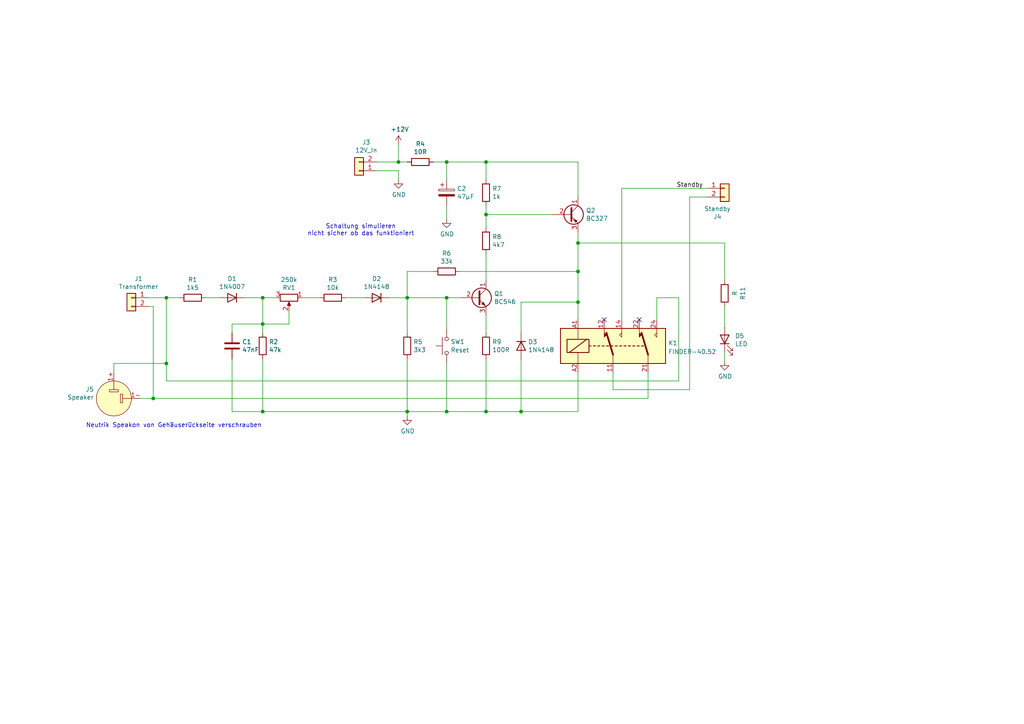
<source format=kicad_sch>
(kicad_sch (version 20231120) (generator "eeschema") (generator_version "8.0")
  (paper "A4")
  (lib_symbols
    (symbol "Connector:SpeakON_NL2" (pin_names hide)
      (property "Reference" "J" (at 2.54 8.89 0))
      (property "Value" "SpeakON_NL2" (at 7.62 6.35 0))
      (symbol "SpeakON_NL2_0_1"
        (rectangle (start -2.54 1.27) (end -1.905 -1.27))
        (rectangle (start -1.27 2.54) (end 1.27 1.905))
        (polyline (pts (xy -5.08 0) (xy -2.54 0)))
        (polyline (pts (xy 0 5.08) (xy 0 2.54)))
        (circle (center 0 0) (radius 5.08) (fill (type background)))
        (pin passive line (at -7.62 0 0) (length 2.54) (name "1-") (number "1-"))
      )
      (symbol "SpeakON_NL2_1_1"
        (pin passive line (at 0 7.62 270) (length 2.54) (name "1+") (number "1+"))
      )
    )
    (symbol "Connector_Generic:Conn_01x02" (pin_names (offset 1.016) hide)
      (property "Reference" "J" (at 0 2.54 0))
      (property "Value" "Conn_01x02" (at 0 -5.08 0))
      (symbol "Conn_01x02_1_1"
        (rectangle (start -1.27 -2.413) (end 0 -2.667) (stroke (width 0.1524)))
        (rectangle (start -1.27 0.127) (end 0 -0.127) (stroke (width 0.1524)))
        (rectangle (start -1.27 1.27) (end 1.27 -3.81) (stroke (width 0.254)) (fill (type background)))
        (pin passive line (at -5.08 0 0) (length 3.81) (name "Pin_1") (number "1"))
        (pin passive line (at -5.08 -2.54 0) (length 3.81) (name "Pin_2") (number "2"))
      )
    )
    (symbol "Device:C" (pin_numbers hide) (pin_names (offset 0.254))
      (property "Reference" "C" (at 0.635 2.54 0))
      (property "Value" "C" (at 0.635 -2.54 0))
      (symbol "C_0_1"
        (polyline (pts (xy -2.032 -0.762) (xy 2.032 -0.762)) (stroke (width 0.508)))
        (polyline (pts (xy -2.032 0.762) (xy 2.032 0.762)) (stroke (width 0.508)))
      )
      (symbol "C_1_1"
        (pin passive line (at 0 3.81 270) (length 2.794) (name "~") (number "1"))
        (pin passive line (at 0 -3.81 90) (length 2.794) (name "~") (number "2"))
      )
    )
    (symbol "Device:D" (pin_numbers hide) (pin_names (offset 1.016) hide)
      (property "Reference" "D" (at 0 2.54 0))
      (property "Value" "D" (at 0 -2.54 0))
      (symbol "D_0_1"
        (polyline (pts (xy -1.27 1.27) (xy -1.27 -1.27)) (stroke (width 0.254)))
        (polyline (pts (xy 1.27 0) (xy -1.27 0)))
        (polyline (pts (xy 1.27 1.27) (xy 1.27 -1.27) (xy -1.27 0) (xy 1.27 1.27)) (stroke (width 0.254)))
      )
      (symbol "D_1_1"
        (pin passive line (at -3.81 0 0) (length 2.54) (name "K") (number "1"))
        (pin passive line (at 3.81 0 180) (length 2.54) (name "A") (number "2"))
      )
    )
    (symbol "Device:LED" (pin_numbers hide) (pin_names (offset 1.016) hide)
      (property "Reference" "D" (at 0 2.54 0))
      (property "Value" "LED" (at 0 -2.54 0))
      (symbol "LED_0_1"
        (polyline (pts (xy -1.27 -1.27) (xy -1.27 1.27)) (stroke (width 0.254)))
        (polyline (pts (xy -1.27 0) (xy 1.27 0)))
        (polyline (pts (xy 1.27 -1.27) (xy 1.27 1.27) (xy -1.27 0) (xy 1.27 -1.27)) (stroke (width 0.254)))
        (polyline (pts (xy -3.048 -0.762) (xy -4.572 -2.286) (xy -3.81 -2.286) (xy -4.572 -2.286) (xy -4.572 -1.524)))
        (polyline (pts (xy -1.778 -0.762) (xy -3.302 -2.286) (xy -2.54 -2.286) (xy -3.302 -2.286) (xy -3.302 -1.524)))
      )
      (symbol "LED_1_1"
        (pin passive line (at -3.81 0 0) (length 2.54) (name "K") (number "1"))
        (pin passive line (at 3.81 0 180) (length 2.54) (name "A") (number "2"))
      )
    )
    (symbol "Device:R" (pin_numbers hide) (pin_names (offset 0))
      (property "Reference" "R" (at 2.032 0 90))
      (property "Value" "R" (at 0 0 90))
      (symbol "R_0_1"
        (rectangle (start -1.016 -2.54) (end 1.016 2.54) (stroke (width 0.254)))
      )
      (symbol "R_1_1"
        (pin passive line (at 0 3.81 270) (length 1.27) (name "~") (number "1"))
        (pin passive line (at 0 -3.81 90) (length 1.27) (name "~") (number "2"))
      )
    )
    (symbol "Protection-rescue:CP-Device" (pin_numbers hide) (pin_names (offset 0.254))
      (property "Reference" "C" (at 0.635 2.54 0))
      (property "Value" "CP-Device" (at 0.635 -2.54 0))
      (symbol "CP-Device_0_1"
        (rectangle (start -2.286 0.508) (end 2.286 1.016))
        (polyline (pts (xy -1.778 2.286) (xy -0.762 2.286)))
        (polyline (pts (xy -1.27 2.794) (xy -1.27 1.778)))
        (rectangle (start 2.286 -0.508) (end -2.286 -1.016) (fill (type outline)))
      )
      (symbol "CP-Device_1_1"
        (pin passive line (at 0 3.81 270) (length 2.794) (name "~") (number "1"))
        (pin passive line (at 0 -3.81 90) (length 2.794) (name "~") (number "2"))
      )
    )
    (symbol "Protection-rescue:R_POT-Device" (pin_names (offset 1.016) hide)
      (property "Reference" "RV" (at -4.445 0 90))
      (property "Value" "R_POT-Device" (at -2.54 0 90))
      (symbol "R_POT-Device_0_1"
        (polyline (pts (xy 2.54 0) (xy 1.524 0)))
        (polyline (pts (xy 1.143 0) (xy 2.286 0.508) (xy 2.286 -0.508) (xy 1.143 0)) (fill (type outline)))
        (rectangle (start 1.016 2.54) (end -1.016 -2.54) (stroke (width 0.254)))
      )
      (symbol "R_POT-Device_1_1"
        (pin passive line (at 0 3.81 270) (length 1.27) (name "1") (number "1"))
        (pin passive line (at 3.81 0 180) (length 1.27) (name "2") (number "2"))
        (pin passive line (at 0 -3.81 90) (length 1.27) (name "3") (number "3"))
      )
    )
    (symbol "Relay:FINDER-40.52"
      (property "Reference" "K" (at 16.51 3.81 0))
      (property "Value" "FINDER-40.52" (at 16.51 1.27 0))
      (symbol "FINDER-40.52_0_1"
        (rectangle (start -15.24 5.08) (end 15.24 -5.08) (stroke (width 0.254)) (fill (type background)))
        (rectangle (start -13.335 1.905) (end -6.985 -1.905) (stroke (width 0.254)))
        (polyline (pts (xy -12.7 -1.905) (xy -7.62 1.905)) (stroke (width 0.254)))
        (polyline (pts (xy -10.16 -5.08) (xy -10.16 -1.905)))
        (polyline (pts (xy -10.16 5.08) (xy -10.16 1.905)))
        (polyline (pts (xy -6.985 0) (xy -6.35 0)) (stroke (width 0.254)))
        (polyline (pts (xy -5.715 0) (xy -5.08 0)) (stroke (width 0.254)))
        (polyline (pts (xy -4.445 0) (xy -3.81 0)) (stroke (width 0.254)))
        (polyline (pts (xy -3.175 0) (xy -2.54 0)) (stroke (width 0.254)))
        (polyline (pts (xy -1.905 0) (xy -1.27 0)) (stroke (width 0.254)))
        (polyline (pts (xy -0.635 0) (xy 0 0)) (stroke (width 0.254)))
        (polyline (pts (xy 0 -2.54) (xy -1.905 3.81)) (stroke (width 0.508)))
        (polyline (pts (xy 0 -2.54) (xy 0 -5.08)))
        (polyline (pts (xy 0.635 0) (xy 1.27 0)) (stroke (width 0.254)))
        (polyline (pts (xy 1.905 0) (xy 2.54 0)) (stroke (width 0.254)))
        (polyline (pts (xy 3.175 0) (xy 3.81 0)) (stroke (width 0.254)))
        (polyline (pts (xy 4.445 0) (xy 5.08 0)) (stroke (width 0.254)))
        (polyline (pts (xy 5.715 0) (xy 6.35 0)) (stroke (width 0.254)))
        (polyline (pts (xy 6.985 0) (xy 7.62 0)) (stroke (width 0.254)))
        (polyline (pts (xy 8.255 0) (xy 8.89 0)) (stroke (width 0.254)))
        (polyline (pts (xy 10.16 -2.54) (xy 8.255 3.81)) (stroke (width 0.508)))
        (polyline (pts (xy 10.16 -2.54) (xy 10.16 -5.08)))
        (polyline (pts (xy -2.54 5.08) (xy -2.54 2.54) (xy -1.905 3.175) (xy -2.54 3.81)) (fill (type outline)))
        (polyline (pts (xy 2.54 5.08) (xy 2.54 2.54) (xy 1.905 3.175) (xy 2.54 3.81)))
        (polyline (pts (xy 7.62 5.08) (xy 7.62 2.54) (xy 8.255 3.175) (xy 7.62 3.81)) (fill (type outline)))
        (polyline (pts (xy 12.7 5.08) (xy 12.7 2.54) (xy 12.065 3.175) (xy 12.7 3.81)))
      )
      (symbol "FINDER-40.52_1_1"
        (pin passive line (at 0 -7.62 90) (length 2.54) (name "~") (number "11"))
        (pin passive line (at -2.54 7.62 270) (length 2.54) (name "~") (number "12"))
        (pin passive line (at 2.54 7.62 270) (length 2.54) (name "~") (number "14"))
        (pin passive line (at 10.16 -7.62 90) (length 2.54) (name "~") (number "21"))
        (pin passive line (at 7.62 7.62 270) (length 2.54) (name "~") (number "22"))
        (pin passive line (at 12.7 7.62 270) (length 2.54) (name "~") (number "24"))
        (pin passive line (at -10.16 7.62 270) (length 2.54) (name "~") (number "A1"))
        (pin passive line (at -10.16 -7.62 90) (length 2.54) (name "~") (number "A2"))
      )
    )
    (symbol "Switch:SW_Push" (pin_numbers hide) (pin_names (offset 1.016) hide)
      (property "Reference" "SW" (at 1.27 2.54 0))
      (property "Value" "SW_Push" (at 0 -1.524 0))
      (symbol "SW_Push_0_1"
        (circle (center -2.032 0) (radius 0.508))
        (polyline (pts (xy 0 1.27) (xy 0 3.048)))
        (polyline (pts (xy 2.54 1.27) (xy -2.54 1.27)))
        (circle (center 2.032 0) (radius 0.508))
        (pin passive line (at -5.08 0 0) (length 2.54) (name "1") (number "1"))
        (pin passive line (at 5.08 0 180) (length 2.54) (name "2") (number "2"))
      )
    )
    (symbol "Transistor_BJT:BC327" (pin_names (offset 0) hide)
      (property "Reference" "Q" (at 5.08 1.905 0))
      (property "Value" "BC327" (at 5.08 0 0))
      (symbol "BC327_0_1"
        (polyline (pts (xy 0.635 0.635) (xy 2.54 2.54)))
        (polyline (pts (xy 0.635 -0.635) (xy 2.54 -2.54) (xy 2.54 -2.54)))
        (polyline (pts (xy 0.635 1.905) (xy 0.635 -1.905) (xy 0.635 -1.905)) (stroke (width 0.508)))
        (polyline (pts (xy 2.286 -1.778) (xy 1.778 -2.286) (xy 1.27 -1.27) (xy 2.286 -1.778) (xy 2.286 -1.778)) (fill (type outline)))
        (circle (center 1.27 0) (radius 2.8194) (stroke (width 0.254)))
      )
      (symbol "BC327_1_1"
        (pin passive line (at 2.54 5.08 270) (length 2.54) (name "C") (number "1"))
        (pin input line (at -5.08 0 0) (length 5.715) (name "B") (number "2"))
        (pin passive line (at 2.54 -5.08 90) (length 2.54) (name "E") (number "3"))
      )
    )
    (symbol "Transistor_BJT:BC546" (pin_names (offset 0) hide)
      (property "Reference" "Q" (at 5.08 1.905 0))
      (property "Value" "BC546" (at 5.08 0 0))
      (symbol "BC546_0_1"
        (polyline (pts (xy 0 0) (xy 0.635 0)))
        (polyline (pts (xy 0.635 0.635) (xy 2.54 2.54)))
        (polyline (pts (xy 0.635 -0.635) (xy 2.54 -2.54) (xy 2.54 -2.54)))
        (polyline (pts (xy 0.635 1.905) (xy 0.635 -1.905) (xy 0.635 -1.905)) (stroke (width 0.508)))
        (polyline (pts (xy 1.27 -1.778) (xy 1.778 -1.27) (xy 2.286 -2.286) (xy 1.27 -1.778) (xy 1.27 -1.778)) (fill (type outline)))
        (circle (center 1.27 0) (radius 2.8194) (stroke (width 0.254)))
      )
      (symbol "BC546_1_1"
        (pin passive line (at 2.54 5.08 270) (length 2.54) (name "C") (number "1"))
        (pin input line (at -5.08 0 0) (length 5.08) (name "B") (number "2"))
        (pin passive line (at 2.54 -5.08 90) (length 2.54) (name "E") (number "3"))
      )
    )
    (symbol "power:+12V" (power) (pin_names (offset 0))
      (property "Value" "+12V" (at 0 3.556 0))
      (symbol "+12V_0_1"
        (polyline (pts (xy -0.762 1.27) (xy 0 2.54)))
        (polyline (pts (xy 0 0) (xy 0 2.54)))
        (polyline (pts (xy 0 2.54) (xy 0.762 1.27)))
      )
      (symbol "+12V_1_1"
        (pin power_in line (at 0 0 90) (length 0) hide (name "+12V") (number "1"))
      )
    )
    (symbol "power:GND" (power) (pin_names (offset 0))
      (property "Value" "GND" (at 0 -3.81 0))
      (symbol "GND_0_1"
        (polyline (pts (xy 0 0) (xy 0 -1.27) (xy 1.27 -1.27) (xy 0 -2.54) (xy -1.27 -1.27) (xy 0 -1.27)))
      )
      (symbol "GND_1_1"
        (pin power_in line (at 0 0 270) (length 0) hide (name "GND") (number "1"))
      )
    )
  )
  (junction (at 151.13 119.38))
  (junction (at 129.54 119.38))
  (junction (at 167.64 78.74))
  (junction (at 48.26 86.36))
  (junction (at 140.97 119.38))
  (junction (at 129.54 46.99))
  (junction (at 140.97 62.23))
  (junction (at 44.45 115.57))
  (junction (at 167.64 87.63))
  (junction (at 76.2 119.38))
  (junction (at 115.57 46.99))
  (junction (at 76.2 86.36))
  (junction (at 129.54 86.36))
  (junction (at 167.64 70.485))
  (junction (at 76.2 93.98))
  (junction (at 140.97 46.99))
  (junction (at 118.11 86.36))
  (junction (at 118.11 119.38))
  (junction (at 48.26 105.41))
  (no_connect (at 175.26 92.71))
  (no_connect (at 185.42 92.71))
  (wire (pts (xy 151.13 96.52) (xy 151.13 87.63)))
  (wire (pts (xy 129.54 105.41) (xy 129.54 119.38)))
  (wire (pts (xy 129.54 52.07) (xy 129.54 46.99)))
  (wire (pts (xy 190.5 92.71) (xy 190.5 86.36)))
  (wire (pts (xy 140.97 96.52) (xy 140.97 91.44)))
  (wire (pts (xy 210.185 104.775) (xy 210.185 102.235)))
  (wire (pts (xy 40.64 115.57) (xy 44.45 115.57)))
  (wire (pts (xy 210.185 70.485) (xy 210.185 81.28)))
  (wire (pts (xy 76.2 86.36) (xy 80.01 86.36)))
  (wire (pts (xy 167.64 57.15) (xy 167.64 46.99)))
  (wire (pts (xy 44.45 115.57) (xy 187.96 115.57)))
  (wire (pts (xy 76.2 104.14) (xy 76.2 119.38)))
  (wire (pts (xy 100.33 86.36) (xy 105.41 86.36)))
  (wire (pts (xy 190.5 86.36) (xy 196.85 86.36)))
  (wire (pts (xy 33.02 107.95) (xy 33.02 105.41)))
  (wire (pts (xy 187.96 115.57) (xy 187.96 107.95)))
  (wire (pts (xy 140.97 62.23) (xy 140.97 59.69)))
  (wire (pts (xy 177.8 107.95) (xy 177.8 113.03)))
  (wire (pts (xy 115.57 46.99) (xy 118.11 46.99)))
  (wire (pts (xy 33.02 105.41) (xy 48.26 105.41)))
  (wire (pts (xy 115.57 49.53) (xy 115.57 52.07)))
  (wire (pts (xy 71.12 86.36) (xy 76.2 86.36)))
  (wire (pts (xy 129.54 119.38) (xy 140.97 119.38)))
  (wire (pts (xy 151.13 119.38) (xy 151.13 104.14)))
  (wire (pts (xy 160.02 62.23) (xy 140.97 62.23)))
  (wire (pts (xy 109.22 49.53) (xy 115.57 49.53)))
  (wire (pts (xy 167.64 78.74) (xy 167.64 87.63)))
  (wire (pts (xy 118.11 119.38) (xy 118.11 120.65)))
  (wire (pts (xy 125.73 46.99) (xy 129.54 46.99)))
  (wire (pts (xy 125.73 78.74) (xy 118.11 78.74)))
  (wire (pts (xy 67.31 119.38) (xy 76.2 119.38)))
  (wire (pts (xy 129.54 86.36) (xy 129.54 95.25)))
  (wire (pts (xy 76.2 119.38) (xy 118.11 119.38)))
  (wire (pts (xy 59.69 86.36) (xy 63.5 86.36)))
  (wire (pts (xy 196.85 86.36) (xy 196.85 110.49)))
  (wire (pts (xy 44.45 88.9) (xy 43.18 88.9)))
  (wire (pts (xy 48.26 86.36) (xy 48.26 105.41)))
  (wire (pts (xy 140.97 66.04) (xy 140.97 62.23)))
  (wire (pts (xy 115.57 41.91) (xy 115.57 46.99)))
  (wire (pts (xy 43.18 86.36) (xy 48.26 86.36)))
  (wire (pts (xy 140.97 119.38) (xy 151.13 119.38)))
  (wire (pts (xy 67.31 104.14) (xy 67.31 119.38)))
  (wire (pts (xy 167.64 70.485) (xy 167.64 78.74)))
  (wire (pts (xy 67.31 93.98) (xy 76.2 93.98)))
  (wire (pts (xy 210.185 70.485) (xy 167.64 70.485)))
  (wire (pts (xy 167.64 107.95) (xy 167.64 119.38)))
  (wire (pts (xy 67.31 96.52) (xy 67.31 93.98)))
  (wire (pts (xy 48.26 86.36) (xy 52.07 86.36)))
  (wire (pts (xy 196.85 110.49) (xy 48.26 110.49)))
  (wire (pts (xy 129.54 63.5) (xy 129.54 59.69)))
  (wire (pts (xy 113.03 86.36) (xy 118.11 86.36)))
  (wire (pts (xy 151.13 119.38) (xy 167.64 119.38)))
  (wire (pts (xy 180.34 54.61) (xy 180.34 92.71)))
  (wire (pts (xy 200.025 57.15) (xy 205.105 57.15)))
  (wire (pts (xy 129.54 86.36) (xy 133.35 86.36)))
  (wire (pts (xy 167.64 87.63) (xy 167.64 92.71)))
  (wire (pts (xy 200.025 113.03) (xy 200.025 57.15)))
  (wire (pts (xy 44.45 88.9) (xy 44.45 115.57)))
  (wire (pts (xy 118.11 86.36) (xy 129.54 86.36)))
  (wire (pts (xy 140.97 81.28) (xy 140.97 73.66)))
  (wire (pts (xy 140.97 119.38) (xy 140.97 104.14)))
  (wire (pts (xy 76.2 96.52) (xy 76.2 93.98)))
  (wire (pts (xy 177.8 113.03) (xy 200.025 113.03)))
  (wire (pts (xy 180.34 54.61) (xy 205.105 54.61)))
  (wire (pts (xy 118.11 104.14) (xy 118.11 119.38)))
  (wire (pts (xy 140.97 52.07) (xy 140.97 46.99)))
  (wire (pts (xy 167.64 67.31) (xy 167.64 70.485)))
  (wire (pts (xy 118.11 96.52) (xy 118.11 86.36)))
  (wire (pts (xy 118.11 78.74) (xy 118.11 86.36)))
  (wire (pts (xy 109.22 46.99) (xy 115.57 46.99)))
  (wire (pts (xy 133.35 78.74) (xy 167.64 78.74)))
  (wire (pts (xy 48.26 110.49) (xy 48.26 105.41)))
  (wire (pts (xy 118.11 119.38) (xy 129.54 119.38)))
  (wire (pts (xy 151.13 87.63) (xy 167.64 87.63)))
  (wire (pts (xy 140.97 46.99) (xy 167.64 46.99)))
  (wire (pts (xy 76.2 93.98) (xy 83.82 93.98)))
  (wire (pts (xy 76.2 93.98) (xy 76.2 86.36)))
  (wire (pts (xy 87.63 86.36) (xy 92.71 86.36)))
  (wire (pts (xy 83.82 93.98) (xy 83.82 90.17)))
  (wire (pts (xy 210.185 88.9) (xy 210.185 94.615)))
  (wire (pts (xy 129.54 46.99) (xy 140.97 46.99)))
  (text "Neutrik Speakon von Gehäuserückseite verschrauben" (at 24.892 124.206 0) (effects (font (size 1.27 1.27)) (justify left bottom)))
  (text "Schaltung simulieren\nnicht sicher ob das funktioniert" (at 104.648 66.802 0) (effects (font (size 1.27 1.27))))
  (label "Standby" (at 196.215 54.61 0))
  (symbol (lib_id "Device:R") (at 55.88 86.36 270) (unit 1)
    (property "Reference" "R1" (at 55.88 81.1022 90))
    (property "Value" "1k5" (at 55.88 83.4136 90))
    (property "Footprint" "Resistor_THT:R_Axial_DIN0207_L6.3mm_D2.5mm_P10.16mm_Horizontal" (effects (hide yes)))
  )
  (symbol (lib_id "Device:D") (at 67.31 86.36 180) (unit 1)
    (property "Reference" "D1" (at 67.31 80.8482 0))
    (property "Value" "1N4007" (at 67.31 83.1596 0))
    (property "Footprint" "Diode_THT:D_DO-41_SOD81_P10.16mm_Horizontal" (effects (hide yes)))
  )
  (symbol (lib_id "Protection-rescue:R_POT-Device") (at 83.82 86.36 270) (unit 1)
    (property "Reference" "RV1" (at 83.82 83.439 90))
    (property "Value" "250k" (at 83.82 81.1276 90))
    (property "Footprint" "Potentiometer_THT:Potentiometer_Piher_PT-10-V10_Vertical_Hole" (effects (hide yes)))
  )
  (symbol (lib_id "Device:C") (at 67.31 100.33 0) (unit 1)
    (property "Reference" "C1" (at 70.231 99.1616 0) (effects (justify left)))
    (property "Value" "47nF" (at 70.231 101.473 0) (effects (justify left)))
    (property "Footprint" "Capacitor_THT:C_Disc_D3.4mm_W2.1mm_P2.50mm" (effects (hide yes)))
  )
  (symbol (lib_id "Device:R") (at 96.52 86.36 270) (unit 1)
    (property "Reference" "R3" (at 96.52 81.1022 90))
    (property "Value" "10k" (at 96.52 83.4136 90))
    (property "Footprint" "Resistor_THT:R_Axial_DIN0207_L6.3mm_D2.5mm_P10.16mm_Horizontal" (effects (hide yes)))
  )
  (symbol (lib_id "Device:R") (at 76.2 100.33 180) (unit 1)
    (property "Reference" "R2" (at 77.978 99.1616 0) (effects (justify right)))
    (property "Value" "47k" (at 77.978 101.473 0) (effects (justify right)))
    (property "Footprint" "Resistor_THT:R_Axial_DIN0207_L6.3mm_D2.5mm_P10.16mm_Horizontal" (effects (hide yes)))
  )
  (symbol (lib_id "Device:D") (at 109.22 86.36 180) (unit 1)
    (property "Reference" "D2" (at 109.22 80.8482 0))
    (property "Value" "1N4148" (at 109.22 83.1596 0))
    (property "Footprint" "Diode_THT:D_DO-35_SOD27_P10.16mm_Horizontal" (effects (hide yes)))
  )
  (symbol (lib_id "Transistor_BJT:BC546") (at 138.43 86.36 0) (unit 1)
    (property "Reference" "Q1" (at 143.2814 85.1916 0) (effects (justify left)))
    (property "Value" "BC546" (at 143.2814 87.503 0) (effects (justify left)))
    (property "Footprint" "Package_TO_SOT_THT:TO-92_Inline" (effects (hide yes)))
    (property "Datasheet" "https://www.onsemi.com/pub/Collateral/BC550-D.pdf" (effects (hide yes)))
  )
  (symbol (lib_id "Device:R") (at 140.97 69.85 180) (unit 1)
    (property "Reference" "R8" (at 142.748 68.6816 0) (effects (justify right)))
    (property "Value" "4k7" (at 142.748 70.993 0) (effects (justify right)))
    (property "Footprint" "Resistor_THT:R_Axial_DIN0207_L6.3mm_D2.5mm_P10.16mm_Horizontal" (effects (hide yes)))
  )
  (symbol (lib_id "Device:R") (at 140.97 55.88 180) (unit 1)
    (property "Reference" "R7" (at 142.748 54.7116 0) (effects (justify right)))
    (property "Value" "1k" (at 142.748 57.023 0) (effects (justify right)))
    (property "Footprint" "Resistor_THT:R_Axial_DIN0207_L6.3mm_D2.5mm_P10.16mm_Horizontal" (effects (hide yes)))
  )
  (symbol (lib_id "Device:R") (at 140.97 100.33 180) (unit 1)
    (property "Reference" "R9" (at 142.748 99.1616 0) (effects (justify right)))
    (property "Value" "100R" (at 142.748 101.473 0) (effects (justify right)))
    (property "Footprint" "Resistor_THT:R_Axial_DIN0207_L6.3mm_D2.5mm_P10.16mm_Horizontal" (effects (hide yes)))
  )
  (symbol (lib_id "Device:R") (at 118.11 100.33 180) (unit 1)
    (property "Reference" "R5" (at 119.888 99.1616 0) (effects (justify right)))
    (property "Value" "3k3" (at 119.888 101.473 0) (effects (justify right)))
    (property "Footprint" "Resistor_THT:R_Axial_DIN0207_L6.3mm_D2.5mm_P10.16mm_Horizontal" (effects (hide yes)))
  )
  (symbol (lib_id "Device:D") (at 151.13 100.33 270) (unit 1)
    (property "Reference" "D3" (at 153.162 99.1616 90) (effects (justify left)))
    (property "Value" "1N4148" (at 153.162 101.473 90) (effects (justify left)))
    (property "Footprint" "Diode_THT:D_DO-35_SOD27_P10.16mm_Horizontal" (effects (hide yes)))
  )
  (symbol (lib_id "Device:R") (at 129.54 78.74 270) (unit 1)
    (property "Reference" "R6" (at 129.54 73.4822 90))
    (property "Value" "33k" (at 129.54 75.7936 90))
    (property "Footprint" "Resistor_THT:R_Axial_DIN0207_L6.3mm_D2.5mm_P10.16mm_Horizontal" (effects (hide yes)))
  )
  (symbol (lib_id "Connector_Generic:Conn_01x02") (at 104.14 49.53 180) (unit 1)
    (property "Reference" "J3" (at 106.2228 41.275 0))
    (property "Value" "12V_In" (at 106.2228 43.5864 0))
    (property "Footprint" "Connector_Molex:Molex_KK-254_AE-6410-02A_1x02_P2.54mm_Vertical" (effects (hide yes)))
  )
  (symbol (lib_id "Protection-rescue:CP-Device") (at 129.54 55.88 0) (unit 1)
    (property "Reference" "C2" (at 132.5372 54.7116 0) (effects (justify left)))
    (property "Value" "47µF" (at 132.5372 57.023 0) (effects (justify left)))
    (property "Footprint" "Capacitor_THT:CP_Radial_D5.0mm_P2.50mm" (effects (hide yes)))
  )
  (symbol (lib_id "Device:R") (at 121.92 46.99 270) (unit 1)
    (property "Reference" "R4" (at 121.92 41.7322 90))
    (property "Value" "10R" (at 121.92 44.0436 90))
    (property "Footprint" "Resistor_THT:R_Axial_DIN0207_L6.3mm_D2.5mm_P10.16mm_Horizontal" (effects (hide yes)))
  )
  (symbol (lib_id "Device:R") (at 210.185 85.09 180) (unit 1)
    (property "Reference" "R11" (at 215.4428 85.09 90))
    (property "Value" "R" (at 213.1314 85.09 90))
    (property "Footprint" "Resistor_THT:R_Axial_DIN0207_L6.3mm_D2.5mm_P10.16mm_Horizontal" (effects (hide yes)))
  )
  (symbol (lib_id "power:+12V") (at 115.57 41.91 0) (unit 1)
    (property "Reference" "#PWR0101" (effects (hide yes)))
    (property "Value" "+12V" (at 115.951 37.5158 0))
  )
  (symbol (lib_id "power:GND") (at 115.57 52.07 0) (unit 1)
    (property "Reference" "#PWR0102" (effects (hide yes)))
    (property "Value" "GND" (at 115.697 56.4642 0))
  )
  (symbol (lib_id "power:GND") (at 118.11 120.65 0) (unit 1)
    (property "Reference" "#PWR0103" (effects (hide yes)))
    (property "Value" "GND" (at 118.237 125.0442 0))
  )
  (symbol (lib_id "power:GND") (at 129.54 63.5 0) (unit 1)
    (property "Reference" "#PWR0104" (effects (hide yes)))
    (property "Value" "GND" (at 129.667 67.8942 0))
  )
  (symbol (lib_id "Transistor_BJT:BC327") (at 165.1 62.23 0) (unit 1)
    (property "Reference" "Q2" (at 169.9514 61.0616 0) (effects (justify left)))
    (property "Value" "BC327" (at 169.9514 63.373 0) (effects (justify left)))
    (property "Footprint" "Package_TO_SOT_THT:TO-92_Inline" (effects (hide yes)))
    (property "Datasheet" "http://www.onsemi.com/pub_link/Collateral/BC327-D.PDF" (effects (hide yes)))
  )
  (symbol (lib_id "Connector_Generic:Conn_01x02") (at 38.1 86.36 0) (mirror y) (unit 1)
    (property "Reference" "J1" (at 40.1828 80.8482 0))
    (property "Value" "Transformer" (at 40.1828 83.1596 0))
    (property "Footprint" "Connector_TE-Connectivity:TE_MATE-N-LOK_1-770866-x_1x02_P4.14mm_Vertical" (effects (hide yes)))
  )
  (symbol (lib_id "Connector_Generic:Conn_01x02") (at 210.185 54.61 0) (unit 1)
    (property "Reference" "J4" (at 208.1022 62.865 0))
    (property "Value" "Standby" (at 208.1022 60.5536 0))
    (property "Footprint" "Connector_Molex:Molex_KK-254_AE-6410-02A_1x02_P2.54mm_Vertical" (effects (hide yes)))
  )
  (symbol (lib_id "Connector:SpeakON_NL2") (at 33.02 115.57 0) (mirror y) (unit 1)
    (property "Reference" "J5" (at 27.2288 112.9284 0) (effects (justify left)))
    (property "Value" "Speaker" (at 27.2288 115.2398 0) (effects (justify left)))
    (property "Footprint" "Connector_Audio:Jack_speakON_Neutrik_NL2MD-V_Vertical" (effects (hide yes)))
    (property "Datasheet" "http://www.neutrik.com/en/speakon/" (effects (hide yes)))
  )
  (symbol (lib_id "Device:LED") (at 210.185 98.425 90) (unit 1)
    (property "Reference" "D5" (at 213.1822 97.4344 90) (effects (justify right)))
    (property "Value" "LED" (at 213.1822 99.7458 90) (effects (justify right)))
    (property "Footprint" "LED_THT:LED_D3.0mm" (effects (hide yes)))
  )
  (symbol (lib_id "power:GND") (at 210.185 104.775 0) (unit 1)
    (property "Reference" "#PWR0106" (effects (hide yes)))
    (property "Value" "GND" (at 210.312 109.1692 0))
  )
  (symbol (lib_id "Switch:SW_Push") (at 129.54 100.33 90) (unit 1)
    (property "Reference" "SW1" (at 130.683 99.1178 90) (effects (justify right)))
    (property "Value" "Reset" (at 130.683 101.5421 90) (effects (justify right)))
    (property "Footprint" "Button_Switch_THT:SW_PUSH_6mm_H7.3mm" (effects (hide yes)))
    (property "Description" "Push button switch, generic, two pins" (effects (hide yes)))
  )
  (symbol (lib_id "Relay:FINDER-40.52") (at 177.8 100.33 0) (unit 1)
    (property "Reference" "K1" (at 193.802 99.4953 0) (effects (justify left)))
    (property "Value" "FINDER-40.52" (at 193.802 102.0322 0) (effects (justify left)))
    (property "Footprint" "Relay_THT:Relay_DPDT_Finder_40.52" (effects (hide yes)))
    (property "Datasheet" "http://gfinder.findernet.com/assets/Series/353/S40EN.pdf" (effects (hide yes)))
  )
)
</source>
